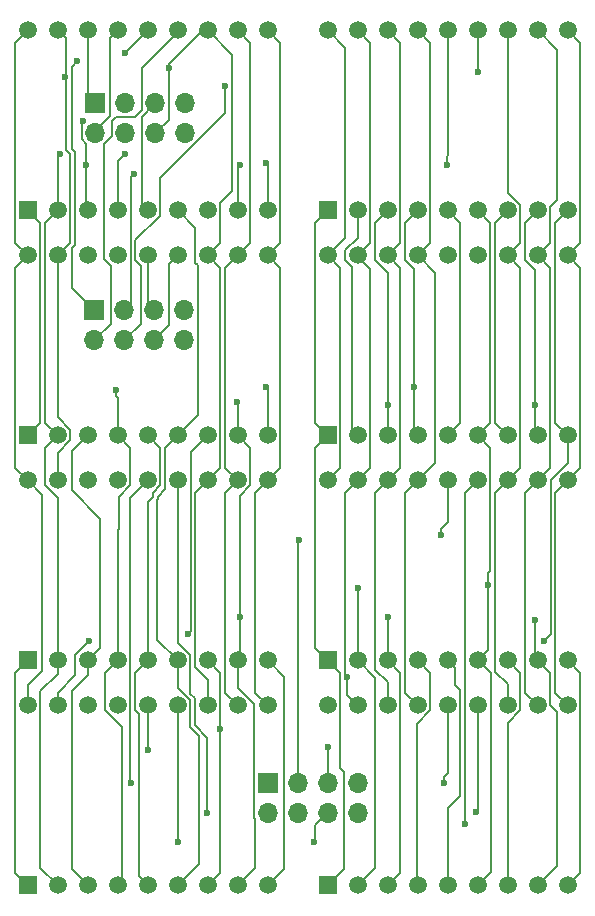
<source format=gbr>
%TF.GenerationSoftware,KiCad,Pcbnew,8.0.8*%
%TF.CreationDate,2025-07-11T15:40:09+09:00*%
%TF.ProjectId,20250711-7seg-panel-display,32303235-3037-4313-912d-377365672d70,rev?*%
%TF.SameCoordinates,Original*%
%TF.FileFunction,Copper,L1,Top*%
%TF.FilePolarity,Positive*%
%FSLAX46Y46*%
G04 Gerber Fmt 4.6, Leading zero omitted, Abs format (unit mm)*
G04 Created by KiCad (PCBNEW 8.0.8) date 2025-07-11 15:40:09*
%MOMM*%
%LPD*%
G01*
G04 APERTURE LIST*
%TA.AperFunction,ComponentPad*%
%ADD10R,1.500000X1.500000*%
%TD*%
%TA.AperFunction,ComponentPad*%
%ADD11C,1.500000*%
%TD*%
%TA.AperFunction,ComponentPad*%
%ADD12R,1.700000X1.700000*%
%TD*%
%TA.AperFunction,ComponentPad*%
%ADD13O,1.700000X1.700000*%
%TD*%
%TA.AperFunction,ViaPad*%
%ADD14C,0.600000*%
%TD*%
%TA.AperFunction,Conductor*%
%ADD15C,0.200000*%
%TD*%
G04 APERTURE END LIST*
D10*
%TO.P,U206,1,DIG1_E*%
%TO.N,COM4*%
X78740000Y-106045000D03*
D11*
%TO.P,U206,2,DIG1_D*%
%TO.N,COM3*%
X81280000Y-106045000D03*
%TO.P,U206,3,DIG1_C*%
%TO.N,COM2*%
X83820000Y-106045000D03*
%TO.P,U206,4,DP1*%
%TO.N,COM7*%
X86360000Y-106045000D03*
%TO.P,U206,5,DIG2_E*%
%TO.N,COM4*%
X88900000Y-106045000D03*
%TO.P,U206,6,DIG2_D*%
%TO.N,COM3*%
X91440000Y-106045000D03*
%TO.P,U206,7,DIG2_G*%
%TO.N,COM6*%
X93980000Y-106045000D03*
%TO.P,U206,8,DIG2_C*%
%TO.N,COM2*%
X96520000Y-106045000D03*
%TO.P,U206,9,DP2*%
%TO.N,COM7*%
X99060000Y-106045000D03*
%TO.P,U206,10,DIG2_B*%
%TO.N,COM1*%
X99060000Y-90805000D03*
%TO.P,U206,11,DIG2_A*%
%TO.N,COM0*%
X96520000Y-90805000D03*
%TO.P,U206,12,DIG2_F*%
%TO.N,COM5*%
X93980000Y-90805000D03*
%TO.P,U206,13,DIG2_CA*%
%TO.N,ROW11*%
X91440000Y-90805000D03*
%TO.P,U206,14,DIG1_CA*%
%TO.N,ROW10*%
X88900000Y-90805000D03*
%TO.P,U206,15,DIG1_B*%
%TO.N,COM1*%
X86360000Y-90805000D03*
%TO.P,U206,16,DIG1_A*%
%TO.N,COM0*%
X83820000Y-90805000D03*
%TO.P,U206,17,DIG1_G*%
%TO.N,COM6*%
X81280000Y-90805000D03*
%TO.P,U206,18,DIG1_F*%
%TO.N,COM5*%
X78740000Y-90805000D03*
%TD*%
D10*
%TO.P,U202,1,DIG1_E*%
%TO.N,COM4*%
X78740000Y-67945000D03*
D11*
%TO.P,U202,2,DIG1_D*%
%TO.N,COM3*%
X81280000Y-67945000D03*
%TO.P,U202,3,DIG1_C*%
%TO.N,COM2*%
X83820000Y-67945000D03*
%TO.P,U202,4,DP1*%
%TO.N,COM7*%
X86360000Y-67945000D03*
%TO.P,U202,5,DIG2_E*%
%TO.N,COM4*%
X88900000Y-67945000D03*
%TO.P,U202,6,DIG2_D*%
%TO.N,COM3*%
X91440000Y-67945000D03*
%TO.P,U202,7,DIG2_G*%
%TO.N,COM6*%
X93980000Y-67945000D03*
%TO.P,U202,8,DIG2_C*%
%TO.N,COM2*%
X96520000Y-67945000D03*
%TO.P,U202,9,DP2*%
%TO.N,COM7*%
X99060000Y-67945000D03*
%TO.P,U202,10,DIG2_B*%
%TO.N,COM1*%
X99060000Y-52705000D03*
%TO.P,U202,11,DIG2_A*%
%TO.N,COM0*%
X96520000Y-52705000D03*
%TO.P,U202,12,DIG2_F*%
%TO.N,COM5*%
X93980000Y-52705000D03*
%TO.P,U202,13,DIG2_CA*%
%TO.N,ROW3*%
X91440000Y-52705000D03*
%TO.P,U202,14,DIG1_CA*%
%TO.N,ROW2*%
X88900000Y-52705000D03*
%TO.P,U202,15,DIG1_B*%
%TO.N,COM1*%
X86360000Y-52705000D03*
%TO.P,U202,16,DIG1_A*%
%TO.N,COM0*%
X83820000Y-52705000D03*
%TO.P,U202,17,DIG1_G*%
%TO.N,COM6*%
X81280000Y-52705000D03*
%TO.P,U202,18,DIG1_F*%
%TO.N,COM5*%
X78740000Y-52705000D03*
%TD*%
D10*
%TO.P,U205,1,DIG1_E*%
%TO.N,COM4*%
X53340000Y-106045000D03*
D11*
%TO.P,U205,2,DIG1_D*%
%TO.N,COM3*%
X55880000Y-106045000D03*
%TO.P,U205,3,DIG1_C*%
%TO.N,COM2*%
X58420000Y-106045000D03*
%TO.P,U205,4,DP1*%
%TO.N,COM7*%
X60960000Y-106045000D03*
%TO.P,U205,5,DIG2_E*%
%TO.N,COM4*%
X63500000Y-106045000D03*
%TO.P,U205,6,DIG2_D*%
%TO.N,COM3*%
X66040000Y-106045000D03*
%TO.P,U205,7,DIG2_G*%
%TO.N,COM6*%
X68580000Y-106045000D03*
%TO.P,U205,8,DIG2_C*%
%TO.N,COM2*%
X71120000Y-106045000D03*
%TO.P,U205,9,DP2*%
%TO.N,COM7*%
X73660000Y-106045000D03*
%TO.P,U205,10,DIG2_B*%
%TO.N,COM1*%
X73660000Y-90805000D03*
%TO.P,U205,11,DIG2_A*%
%TO.N,COM0*%
X71120000Y-90805000D03*
%TO.P,U205,12,DIG2_F*%
%TO.N,COM5*%
X68580000Y-90805000D03*
%TO.P,U205,13,DIG2_CA*%
%TO.N,ROW9*%
X66040000Y-90805000D03*
%TO.P,U205,14,DIG1_CA*%
%TO.N,ROW8*%
X63500000Y-90805000D03*
%TO.P,U205,15,DIG1_B*%
%TO.N,COM1*%
X60960000Y-90805000D03*
%TO.P,U205,16,DIG1_A*%
%TO.N,COM0*%
X58420000Y-90805000D03*
%TO.P,U205,17,DIG1_G*%
%TO.N,COM6*%
X55880000Y-90805000D03*
%TO.P,U205,18,DIG1_F*%
%TO.N,COM5*%
X53340000Y-90805000D03*
%TD*%
D10*
%TO.P,U201,1,DIG1_E*%
%TO.N,COM4*%
X53340000Y-67945000D03*
D11*
%TO.P,U201,2,DIG1_D*%
%TO.N,COM3*%
X55880000Y-67945000D03*
%TO.P,U201,3,DIG1_C*%
%TO.N,COM2*%
X58420000Y-67945000D03*
%TO.P,U201,4,DP1*%
%TO.N,COM7*%
X60960000Y-67945000D03*
%TO.P,U201,5,DIG2_E*%
%TO.N,COM4*%
X63500000Y-67945000D03*
%TO.P,U201,6,DIG2_D*%
%TO.N,COM3*%
X66040000Y-67945000D03*
%TO.P,U201,7,DIG2_G*%
%TO.N,COM6*%
X68580000Y-67945000D03*
%TO.P,U201,8,DIG2_C*%
%TO.N,COM2*%
X71120000Y-67945000D03*
%TO.P,U201,9,DP2*%
%TO.N,COM7*%
X73660000Y-67945000D03*
%TO.P,U201,10,DIG2_B*%
%TO.N,COM1*%
X73660000Y-52705000D03*
%TO.P,U201,11,DIG2_A*%
%TO.N,COM0*%
X71120000Y-52705000D03*
%TO.P,U201,12,DIG2_F*%
%TO.N,COM5*%
X68580000Y-52705000D03*
%TO.P,U201,13,DIG2_CA*%
%TO.N,ROW1*%
X66040000Y-52705000D03*
%TO.P,U201,14,DIG1_CA*%
%TO.N,ROW0*%
X63500000Y-52705000D03*
%TO.P,U201,15,DIG1_B*%
%TO.N,COM1*%
X60960000Y-52705000D03*
%TO.P,U201,16,DIG1_A*%
%TO.N,COM0*%
X58420000Y-52705000D03*
%TO.P,U201,17,DIG1_G*%
%TO.N,COM6*%
X55880000Y-52705000D03*
%TO.P,U201,18,DIG1_F*%
%TO.N,COM5*%
X53340000Y-52705000D03*
%TD*%
D10*
%TO.P,U208,1,DIG1_E*%
%TO.N,COM4*%
X78740000Y-125095000D03*
D11*
%TO.P,U208,2,DIG1_D*%
%TO.N,COM3*%
X81280000Y-125095000D03*
%TO.P,U208,3,DIG1_C*%
%TO.N,COM2*%
X83820000Y-125095000D03*
%TO.P,U208,4,DP1*%
%TO.N,COM7*%
X86360000Y-125095000D03*
%TO.P,U208,5,DIG2_E*%
%TO.N,COM4*%
X88900000Y-125095000D03*
%TO.P,U208,6,DIG2_D*%
%TO.N,COM3*%
X91440000Y-125095000D03*
%TO.P,U208,7,DIG2_G*%
%TO.N,COM6*%
X93980000Y-125095000D03*
%TO.P,U208,8,DIG2_C*%
%TO.N,COM2*%
X96520000Y-125095000D03*
%TO.P,U208,9,DP2*%
%TO.N,COM7*%
X99060000Y-125095000D03*
%TO.P,U208,10,DIG2_B*%
%TO.N,COM1*%
X99060000Y-109855000D03*
%TO.P,U208,11,DIG2_A*%
%TO.N,COM0*%
X96520000Y-109855000D03*
%TO.P,U208,12,DIG2_F*%
%TO.N,COM5*%
X93980000Y-109855000D03*
%TO.P,U208,13,DIG2_CA*%
%TO.N,ROW15*%
X91440000Y-109855000D03*
%TO.P,U208,14,DIG1_CA*%
%TO.N,ROW14*%
X88900000Y-109855000D03*
%TO.P,U208,15,DIG1_B*%
%TO.N,COM1*%
X86360000Y-109855000D03*
%TO.P,U208,16,DIG1_A*%
%TO.N,COM0*%
X83820000Y-109855000D03*
%TO.P,U208,17,DIG1_G*%
%TO.N,COM6*%
X81280000Y-109855000D03*
%TO.P,U208,18,DIG1_F*%
%TO.N,COM5*%
X78740000Y-109855000D03*
%TD*%
D10*
%TO.P,U204,1,DIG1_E*%
%TO.N,COM4*%
X78740000Y-86995000D03*
D11*
%TO.P,U204,2,DIG1_D*%
%TO.N,COM3*%
X81280000Y-86995000D03*
%TO.P,U204,3,DIG1_C*%
%TO.N,COM2*%
X83820000Y-86995000D03*
%TO.P,U204,4,DP1*%
%TO.N,COM7*%
X86360000Y-86995000D03*
%TO.P,U204,5,DIG2_E*%
%TO.N,COM4*%
X88900000Y-86995000D03*
%TO.P,U204,6,DIG2_D*%
%TO.N,COM3*%
X91440000Y-86995000D03*
%TO.P,U204,7,DIG2_G*%
%TO.N,COM6*%
X93980000Y-86995000D03*
%TO.P,U204,8,DIG2_C*%
%TO.N,COM2*%
X96520000Y-86995000D03*
%TO.P,U204,9,DP2*%
%TO.N,COM7*%
X99060000Y-86995000D03*
%TO.P,U204,10,DIG2_B*%
%TO.N,COM1*%
X99060000Y-71755000D03*
%TO.P,U204,11,DIG2_A*%
%TO.N,COM0*%
X96520000Y-71755000D03*
%TO.P,U204,12,DIG2_F*%
%TO.N,COM5*%
X93980000Y-71755000D03*
%TO.P,U204,13,DIG2_CA*%
%TO.N,ROW7*%
X91440000Y-71755000D03*
%TO.P,U204,14,DIG1_CA*%
%TO.N,ROW6*%
X88900000Y-71755000D03*
%TO.P,U204,15,DIG1_B*%
%TO.N,COM1*%
X86360000Y-71755000D03*
%TO.P,U204,16,DIG1_A*%
%TO.N,COM0*%
X83820000Y-71755000D03*
%TO.P,U204,17,DIG1_G*%
%TO.N,COM6*%
X81280000Y-71755000D03*
%TO.P,U204,18,DIG1_F*%
%TO.N,COM5*%
X78740000Y-71755000D03*
%TD*%
D10*
%TO.P,U203,1,DIG1_E*%
%TO.N,COM4*%
X53340000Y-86995000D03*
D11*
%TO.P,U203,2,DIG1_D*%
%TO.N,COM3*%
X55880000Y-86995000D03*
%TO.P,U203,3,DIG1_C*%
%TO.N,COM2*%
X58420000Y-86995000D03*
%TO.P,U203,4,DP1*%
%TO.N,COM7*%
X60960000Y-86995000D03*
%TO.P,U203,5,DIG2_E*%
%TO.N,COM4*%
X63500000Y-86995000D03*
%TO.P,U203,6,DIG2_D*%
%TO.N,COM3*%
X66040000Y-86995000D03*
%TO.P,U203,7,DIG2_G*%
%TO.N,COM6*%
X68580000Y-86995000D03*
%TO.P,U203,8,DIG2_C*%
%TO.N,COM2*%
X71120000Y-86995000D03*
%TO.P,U203,9,DP2*%
%TO.N,COM7*%
X73660000Y-86995000D03*
%TO.P,U203,10,DIG2_B*%
%TO.N,COM1*%
X73660000Y-71755000D03*
%TO.P,U203,11,DIG2_A*%
%TO.N,COM0*%
X71120000Y-71755000D03*
%TO.P,U203,12,DIG2_F*%
%TO.N,COM5*%
X68580000Y-71755000D03*
%TO.P,U203,13,DIG2_CA*%
%TO.N,ROW5*%
X66040000Y-71755000D03*
%TO.P,U203,14,DIG1_CA*%
%TO.N,ROW4*%
X63500000Y-71755000D03*
%TO.P,U203,15,DIG1_B*%
%TO.N,COM1*%
X60960000Y-71755000D03*
%TO.P,U203,16,DIG1_A*%
%TO.N,COM0*%
X58420000Y-71755000D03*
%TO.P,U203,17,DIG1_G*%
%TO.N,COM6*%
X55880000Y-71755000D03*
%TO.P,U203,18,DIG1_F*%
%TO.N,COM5*%
X53340000Y-71755000D03*
%TD*%
D10*
%TO.P,U207,1,DIG1_E*%
%TO.N,COM4*%
X53340000Y-125095000D03*
D11*
%TO.P,U207,2,DIG1_D*%
%TO.N,COM3*%
X55880000Y-125095000D03*
%TO.P,U207,3,DIG1_C*%
%TO.N,COM2*%
X58420000Y-125095000D03*
%TO.P,U207,4,DP1*%
%TO.N,COM7*%
X60960000Y-125095000D03*
%TO.P,U207,5,DIG2_E*%
%TO.N,COM4*%
X63500000Y-125095000D03*
%TO.P,U207,6,DIG2_D*%
%TO.N,COM3*%
X66040000Y-125095000D03*
%TO.P,U207,7,DIG2_G*%
%TO.N,COM6*%
X68580000Y-125095000D03*
%TO.P,U207,8,DIG2_C*%
%TO.N,COM2*%
X71120000Y-125095000D03*
%TO.P,U207,9,DP2*%
%TO.N,COM7*%
X73660000Y-125095000D03*
%TO.P,U207,10,DIG2_B*%
%TO.N,COM1*%
X73660000Y-109855000D03*
%TO.P,U207,11,DIG2_A*%
%TO.N,COM0*%
X71120000Y-109855000D03*
%TO.P,U207,12,DIG2_F*%
%TO.N,COM5*%
X68580000Y-109855000D03*
%TO.P,U207,13,DIG2_CA*%
%TO.N,ROW13*%
X66040000Y-109855000D03*
%TO.P,U207,14,DIG1_CA*%
%TO.N,ROW12*%
X63500000Y-109855000D03*
%TO.P,U207,15,DIG1_B*%
%TO.N,COM1*%
X60960000Y-109855000D03*
%TO.P,U207,16,DIG1_A*%
%TO.N,COM0*%
X58420000Y-109855000D03*
%TO.P,U207,17,DIG1_G*%
%TO.N,COM6*%
X55880000Y-109855000D03*
%TO.P,U207,18,DIG1_F*%
%TO.N,COM5*%
X53340000Y-109855000D03*
%TD*%
D12*
%TO.P,J203,1,Pin_1*%
%TO.N,ROW8*%
X73660000Y-116400000D03*
D13*
%TO.P,J203,2,Pin_2*%
%TO.N,ROW9*%
X73660000Y-118940000D03*
%TO.P,J203,3,Pin_3*%
%TO.N,ROW10*%
X76200000Y-116400000D03*
%TO.P,J203,4,Pin_4*%
%TO.N,ROW11*%
X76200000Y-118940000D03*
%TO.P,J203,5,Pin_5*%
%TO.N,ROW12*%
X78740000Y-116400000D03*
%TO.P,J203,6,Pin_6*%
%TO.N,ROW13*%
X78740000Y-118940000D03*
%TO.P,J203,7,Pin_7*%
%TO.N,ROW14*%
X81280000Y-116400000D03*
%TO.P,J203,8,Pin_8*%
%TO.N,ROW15*%
X81280000Y-118940000D03*
%TD*%
D12*
%TO.P,J202,1,Pin_1*%
%TO.N,ROW0*%
X58970000Y-76400000D03*
D13*
%TO.P,J202,2,Pin_2*%
%TO.N,ROW1*%
X58970000Y-78940000D03*
%TO.P,J202,3,Pin_3*%
%TO.N,ROW2*%
X61510000Y-76400000D03*
%TO.P,J202,4,Pin_4*%
%TO.N,ROW3*%
X61510000Y-78940000D03*
%TO.P,J202,5,Pin_5*%
%TO.N,ROW4*%
X64050000Y-76400000D03*
%TO.P,J202,6,Pin_6*%
%TO.N,ROW5*%
X64050000Y-78940000D03*
%TO.P,J202,7,Pin_7*%
%TO.N,ROW6*%
X66590000Y-76400000D03*
%TO.P,J202,8,Pin_8*%
%TO.N,ROW7*%
X66590000Y-78940000D03*
%TD*%
D12*
%TO.P,J201,1,Pin_1*%
%TO.N,COM0*%
X59050000Y-58900000D03*
D13*
%TO.P,J201,2,Pin_2*%
%TO.N,COM1*%
X59050000Y-61440000D03*
%TO.P,J201,3,Pin_3*%
%TO.N,COM2*%
X61590000Y-58900000D03*
%TO.P,J201,4,Pin_4*%
%TO.N,COM3*%
X61590000Y-61440000D03*
%TO.P,J201,5,Pin_5*%
%TO.N,COM4*%
X64130000Y-58900000D03*
%TO.P,J201,6,Pin_6*%
%TO.N,COM5*%
X64130000Y-61440000D03*
%TO.P,J201,7,Pin_7*%
%TO.N,COM6*%
X66670000Y-58900000D03*
%TO.P,J201,8,Pin_8*%
%TO.N,COM7*%
X66670000Y-61440000D03*
%TD*%
D14*
%TO.N,COM5*%
X65280000Y-55900000D03*
%TO.N,COM7*%
X97050000Y-104400000D03*
X61550000Y-63150000D03*
X73550000Y-63900000D03*
X86050000Y-82900000D03*
X60800000Y-83150000D03*
X73550000Y-82900000D03*
%TO.N,COM6*%
X69630000Y-111900000D03*
X56450000Y-56650000D03*
X58550000Y-104400000D03*
X80400000Y-107444429D03*
X66925000Y-103775000D03*
%TO.N,COM3*%
X92330000Y-99650000D03*
X81300000Y-99900000D03*
X56050000Y-63150000D03*
%TO.N,COM2*%
X96300000Y-84400000D03*
X96300000Y-102650000D03*
X58300000Y-64150000D03*
X71050000Y-84150000D03*
X83800000Y-102400000D03*
X58050000Y-60400000D03*
X71300000Y-64150000D03*
X71300000Y-102400000D03*
X83800000Y-84400000D03*
%TO.N,ROW0*%
X61550000Y-54655000D03*
X57530000Y-55330000D03*
%TO.N,ROW2*%
X88800000Y-64150000D03*
X62300000Y-64900000D03*
%TO.N,ROW3*%
X70050000Y-57400000D03*
X91440000Y-56260000D03*
%TO.N,ROW13*%
X77550000Y-121400000D03*
X66050000Y-121400000D03*
%TO.N,ROW10*%
X88300000Y-95400000D03*
X76300000Y-95900000D03*
%TO.N,ROW15*%
X91300000Y-118900000D03*
%TO.N,ROW9*%
X68550000Y-118940000D03*
%TO.N,ROW12*%
X78800000Y-113400000D03*
X63550000Y-113650000D03*
%TO.N,ROW14*%
X88550000Y-116400000D03*
%TO.N,ROW8*%
X62050000Y-116400000D03*
%TO.N,ROW11*%
X90390000Y-119900000D03*
%TD*%
D15*
%TO.N,COM5*%
X93980000Y-66460075D02*
X95030000Y-67510075D01*
X52290000Y-89755000D02*
X52290000Y-72805000D01*
X93980000Y-90805000D02*
X95030000Y-89755000D01*
X53340000Y-109855000D02*
X53340000Y-108145000D01*
X93980000Y-52705000D02*
X93980000Y-66460075D01*
X54550000Y-92015000D02*
X53340000Y-90805000D01*
X68580000Y-52705000D02*
X68146471Y-52705000D01*
X69630000Y-72805000D02*
X68580000Y-71755000D01*
X68580000Y-107680000D02*
X67530000Y-106630000D01*
X53340000Y-108145000D02*
X54550000Y-106935000D01*
X68146471Y-52705000D02*
X65625736Y-55225736D01*
X79790000Y-72805000D02*
X79790000Y-89755000D01*
X65280000Y-55571472D02*
X65280000Y-55900000D01*
X65625736Y-55225736D02*
X65280000Y-55571472D01*
X80230000Y-70265000D02*
X78740000Y-71755000D01*
X78740000Y-52705000D02*
X80230000Y-54195000D01*
X80230000Y-54195000D02*
X80230000Y-70265000D01*
X52290000Y-53755000D02*
X52290000Y-70705000D01*
X78740000Y-71755000D02*
X79790000Y-72805000D01*
X95030000Y-89755000D02*
X95030000Y-72805000D01*
X95030000Y-70705000D02*
X93980000Y-71755000D01*
X93980000Y-108080000D02*
X93980000Y-109855000D01*
X92930000Y-91855000D02*
X92930000Y-107030000D01*
X67530000Y-106630000D02*
X67530000Y-91855000D01*
X69630000Y-67320000D02*
X69630000Y-70705000D01*
X69630000Y-70705000D02*
X68580000Y-71755000D01*
X69630000Y-89755000D02*
X69630000Y-72805000D01*
X65280000Y-60290000D02*
X64130000Y-61440000D01*
X70650000Y-66300000D02*
X69630000Y-67320000D01*
X95030000Y-67510075D02*
X95030000Y-70705000D01*
X68580000Y-52705000D02*
X70650000Y-54775000D01*
X53340000Y-52705000D02*
X52290000Y-53755000D01*
X79790000Y-89755000D02*
X78740000Y-90805000D01*
X95030000Y-72805000D02*
X93980000Y-71755000D01*
X68580000Y-109855000D02*
X68580000Y-107680000D01*
X53340000Y-90805000D02*
X52290000Y-89755000D01*
X52290000Y-70705000D02*
X53340000Y-71755000D01*
X70650000Y-54775000D02*
X70650000Y-66300000D01*
X93980000Y-90805000D02*
X92930000Y-91855000D01*
X54550000Y-106935000D02*
X54550000Y-92015000D01*
X68580000Y-90805000D02*
X69630000Y-89755000D01*
X92930000Y-107030000D02*
X93980000Y-108080000D01*
X67530000Y-91855000D02*
X68580000Y-90805000D01*
X52290000Y-72805000D02*
X53340000Y-71755000D01*
X65280000Y-55900000D02*
X65280000Y-60290000D01*
%TO.N,COM7*%
X99060000Y-106045000D02*
X100110000Y-107095000D01*
X86300000Y-125035000D02*
X86360000Y-125095000D01*
X87410000Y-110289925D02*
X86300000Y-111399925D01*
X97610000Y-103840000D02*
X97050000Y-104400000D01*
X86050000Y-72929925D02*
X86050000Y-86685000D01*
X100110000Y-107095000D02*
X100110000Y-124045000D01*
X60800000Y-83650000D02*
X60960000Y-83810000D01*
X86360000Y-106045000D02*
X87410000Y-107095000D01*
X87410000Y-107095000D02*
X87410000Y-110289925D01*
X86050000Y-86685000D02*
X86360000Y-86995000D01*
X60960000Y-83810000D02*
X60960000Y-86995000D01*
X99060000Y-67945000D02*
X98010000Y-68995000D01*
X98010000Y-68995000D02*
X98010000Y-85945000D01*
X73660000Y-83010000D02*
X73550000Y-82900000D01*
X85310000Y-68995000D02*
X85310000Y-72189925D01*
X59910000Y-110289925D02*
X59910000Y-107095000D01*
X59910000Y-107095000D02*
X60960000Y-106045000D01*
X60960000Y-94990000D02*
X61050000Y-94900000D01*
X86300000Y-111399925D02*
X86300000Y-125035000D01*
X99060000Y-86995000D02*
X99060000Y-89320075D01*
X75050000Y-107435000D02*
X75050000Y-123705000D01*
X73660000Y-64010000D02*
X73660000Y-67945000D01*
X99060000Y-89320075D02*
X97610000Y-90770075D01*
X62010000Y-88045000D02*
X60960000Y-86995000D01*
X61050000Y-94900000D02*
X61050000Y-92199925D01*
X75050000Y-123705000D02*
X73660000Y-125095000D01*
X60960000Y-125095000D02*
X61300000Y-124755000D01*
X60960000Y-106045000D02*
X60960000Y-94990000D01*
X73550000Y-63900000D02*
X73660000Y-64010000D01*
X60960000Y-63740000D02*
X61550000Y-63150000D01*
X60800000Y-83150000D02*
X60800000Y-83650000D01*
X86360000Y-67945000D02*
X85310000Y-68995000D01*
X61050000Y-92199925D02*
X62010000Y-91239925D01*
X73660000Y-106045000D02*
X75050000Y-107435000D01*
X60960000Y-67945000D02*
X60960000Y-63740000D01*
X100110000Y-124045000D02*
X99060000Y-125095000D01*
X61300000Y-124755000D02*
X61300000Y-111679925D01*
X97610000Y-90770075D02*
X97610000Y-103840000D01*
X73660000Y-86995000D02*
X73660000Y-83010000D01*
X85310000Y-72189925D02*
X86050000Y-72929925D01*
X98010000Y-85945000D02*
X99060000Y-86995000D01*
X62010000Y-91239925D02*
X62010000Y-88045000D01*
X61300000Y-111679925D02*
X59910000Y-110289925D01*
%TO.N,COM6*%
X55880000Y-88479925D02*
X55880000Y-90805000D01*
X80400000Y-107444429D02*
X80400000Y-108975000D01*
X82330000Y-72930000D02*
X82330000Y-89755000D01*
X80400000Y-108975000D02*
X81280000Y-109855000D01*
X67130000Y-88445000D02*
X68580000Y-86995000D01*
X68580000Y-125095000D02*
X69630000Y-124045000D01*
X95030000Y-107095000D02*
X93980000Y-106045000D01*
X80230000Y-91855000D02*
X80230000Y-107274429D01*
X55880000Y-108794340D02*
X57370000Y-107304340D01*
X69630000Y-107095000D02*
X68580000Y-106045000D01*
X95030000Y-110289925D02*
X95030000Y-107095000D01*
X55880000Y-109855000D02*
X55880000Y-108794340D01*
X69630000Y-124045000D02*
X69630000Y-111900000D01*
X92930000Y-85945000D02*
X93980000Y-86995000D01*
X66925000Y-103775000D02*
X67130000Y-103570000D01*
X56550000Y-53375000D02*
X56550000Y-62801471D01*
X57370000Y-107304340D02*
X57370000Y-105580000D01*
X55880000Y-52705000D02*
X56550000Y-53375000D01*
X81280000Y-52705000D02*
X82330000Y-53755000D01*
X81280000Y-90805000D02*
X80230000Y-91855000D01*
X57370000Y-105580000D02*
X58550000Y-104400000D01*
X56930000Y-86530000D02*
X56930000Y-87429925D01*
X82330000Y-53755000D02*
X82330000Y-70705000D01*
X81280000Y-71755000D02*
X81280000Y-71880000D01*
X55880000Y-85480000D02*
X56930000Y-86530000D01*
X55880000Y-71755000D02*
X55880000Y-85480000D01*
X56930000Y-63181471D02*
X56930000Y-70705000D01*
X82330000Y-89755000D02*
X81280000Y-90805000D01*
X56930000Y-87429925D02*
X55880000Y-88479925D01*
X92930000Y-68995000D02*
X92930000Y-85945000D01*
X93980000Y-111339925D02*
X95030000Y-110289925D01*
X81280000Y-71880000D02*
X82330000Y-72930000D01*
X80230000Y-107274429D02*
X80400000Y-107444429D01*
X93980000Y-67945000D02*
X92930000Y-68995000D01*
X67130000Y-103570000D02*
X67130000Y-88445000D01*
X56550000Y-62801471D02*
X56930000Y-63181471D01*
X56930000Y-70705000D02*
X55880000Y-71755000D01*
X82330000Y-70705000D02*
X81280000Y-71755000D01*
X69630000Y-111900000D02*
X69630000Y-107095000D01*
X93980000Y-125095000D02*
X93980000Y-111339925D01*
%TO.N,COM3*%
X66040000Y-108390000D02*
X66040000Y-106045000D01*
X81280000Y-99920000D02*
X81300000Y-99900000D01*
X66474925Y-108805000D02*
X66455000Y-108805000D01*
X54390000Y-123605000D02*
X54390000Y-108672500D01*
X54830000Y-68995000D02*
X54830000Y-85945000D01*
X81280000Y-70270075D02*
X80230000Y-71320075D01*
X81280000Y-106045000D02*
X81280000Y-99920000D01*
X92490000Y-68995000D02*
X92490000Y-85945000D01*
X92300000Y-105185000D02*
X91440000Y-106045000D01*
X91440000Y-67945000D02*
X92490000Y-68995000D01*
X92490000Y-88045000D02*
X92490000Y-98460000D01*
X67090000Y-109420075D02*
X66474925Y-108805000D01*
X64990000Y-88045000D02*
X66040000Y-86995000D01*
X92550000Y-123985000D02*
X92550000Y-107155000D01*
X81280000Y-67945000D02*
X81280000Y-70270075D01*
X66040000Y-106045000D02*
X64300000Y-104305000D01*
X67820000Y-112425000D02*
X67090000Y-111695000D01*
X55880000Y-125095000D02*
X54390000Y-123605000D01*
X82770000Y-107535000D02*
X81280000Y-106045000D01*
X91440000Y-125095000D02*
X92550000Y-123985000D01*
X55880000Y-106045000D02*
X55880000Y-92289925D01*
X92550000Y-107155000D02*
X91440000Y-106045000D01*
X67090000Y-111695000D02*
X67090000Y-109420075D01*
X66040000Y-67945000D02*
X67530000Y-69435000D01*
X66040000Y-125095000D02*
X67820000Y-123315000D01*
X55880000Y-63320000D02*
X55880000Y-67945000D01*
X64300000Y-92415686D02*
X64334925Y-92380761D01*
X64300000Y-104305000D02*
X64300000Y-92415686D01*
X54390000Y-108672500D02*
X55880000Y-107182500D01*
X91440000Y-86995000D02*
X92490000Y-88045000D01*
X80800000Y-86515000D02*
X81280000Y-86995000D01*
X67740000Y-85295000D02*
X66040000Y-86995000D01*
X55880000Y-67945000D02*
X54830000Y-68995000D01*
X56050000Y-63150000D02*
X55880000Y-63320000D01*
X67740000Y-72590000D02*
X67740000Y-85295000D01*
X54830000Y-85945000D02*
X55880000Y-86995000D01*
X67530000Y-72380000D02*
X67740000Y-72590000D01*
X92490000Y-98460000D02*
X92300000Y-98650000D01*
X64334925Y-92380761D02*
X64334925Y-92195075D01*
X82770000Y-123605000D02*
X82770000Y-107535000D01*
X67820000Y-123315000D02*
X67820000Y-112425000D01*
X54800000Y-91209925D02*
X54800000Y-88075000D01*
X55880000Y-107182500D02*
X55880000Y-106045000D01*
X55880000Y-92289925D02*
X54800000Y-91209925D01*
X64334925Y-92195075D02*
X64990000Y-91540000D01*
X66455000Y-108805000D02*
X66040000Y-108390000D01*
X81280000Y-125095000D02*
X82770000Y-123605000D01*
X92490000Y-85945000D02*
X91440000Y-86995000D01*
X80230000Y-71320075D02*
X80230000Y-72189925D01*
X92300000Y-98650000D02*
X92300000Y-105185000D01*
X64990000Y-91540000D02*
X64990000Y-88045000D01*
X67530000Y-69435000D02*
X67530000Y-72380000D01*
X54800000Y-88075000D02*
X55880000Y-86995000D01*
X80800000Y-72759925D02*
X80800000Y-86515000D01*
X80230000Y-72189925D02*
X80800000Y-72759925D01*
%TO.N,COM0*%
X95470000Y-91855000D02*
X95470000Y-108805000D01*
X98150000Y-67050000D02*
X97570000Y-67630000D01*
X97570000Y-70705000D02*
X96520000Y-71755000D01*
X82770000Y-91855000D02*
X82770000Y-106870000D01*
X98150000Y-54335000D02*
X98150000Y-67050000D01*
X96520000Y-90805000D02*
X97570000Y-89755000D01*
X96520000Y-90805000D02*
X95470000Y-91855000D01*
X97570000Y-89755000D02*
X97570000Y-72805000D01*
X83820000Y-71755000D02*
X84870000Y-72805000D01*
X83820000Y-52705000D02*
X84870000Y-53755000D01*
X84870000Y-53755000D02*
X84870000Y-70705000D01*
X70070000Y-108805000D02*
X70070000Y-91855000D01*
X70070000Y-89755000D02*
X70070000Y-72805000D01*
X72170000Y-53755000D02*
X72170000Y-70705000D01*
X71120000Y-90805000D02*
X70070000Y-89755000D01*
X70070000Y-72805000D02*
X71120000Y-71755000D01*
X83820000Y-107920000D02*
X83820000Y-109855000D01*
X84870000Y-89755000D02*
X83820000Y-90805000D01*
X97570000Y-67630000D02*
X97570000Y-70705000D01*
X71120000Y-52705000D02*
X72170000Y-53755000D01*
X72170000Y-70705000D02*
X71120000Y-71755000D01*
X83820000Y-90805000D02*
X82770000Y-91855000D01*
X97570000Y-72805000D02*
X96520000Y-71755000D01*
X84870000Y-70705000D02*
X83820000Y-71755000D01*
X58420000Y-52705000D02*
X58420000Y-58270000D01*
X70070000Y-91855000D02*
X71120000Y-90805000D01*
X95470000Y-108805000D02*
X96520000Y-109855000D01*
X96520000Y-52705000D02*
X98150000Y-54335000D01*
X82770000Y-106870000D02*
X83820000Y-107920000D01*
X71120000Y-109855000D02*
X70070000Y-108805000D01*
X84870000Y-72805000D02*
X84870000Y-89755000D01*
X58420000Y-58270000D02*
X59050000Y-58900000D01*
%TO.N,COM4*%
X88900000Y-125095000D02*
X88900000Y-118550000D01*
X89550000Y-108150000D02*
X89550000Y-106695000D01*
X78740000Y-106045000D02*
X77690000Y-104995000D01*
X62750000Y-110589925D02*
X62450000Y-110289925D01*
X77690000Y-104995000D02*
X77690000Y-88045000D01*
X52290000Y-124045000D02*
X52290000Y-107095000D01*
X77690000Y-88045000D02*
X78740000Y-86995000D01*
X64550000Y-91239925D02*
X63934925Y-91855000D01*
X89950000Y-68995000D02*
X89950000Y-85945000D01*
X79800000Y-107105000D02*
X79800000Y-115150000D01*
X62980000Y-67425000D02*
X62980000Y-60050000D01*
X89950000Y-117500000D02*
X89950000Y-108550000D01*
X52290000Y-107095000D02*
X53340000Y-106045000D01*
X63934925Y-91855000D02*
X63934925Y-92215075D01*
X77690000Y-68995000D02*
X77690000Y-85945000D01*
X88900000Y-67945000D02*
X89950000Y-68995000D01*
X80130000Y-123705000D02*
X78740000Y-125095000D01*
X63500000Y-67945000D02*
X62980000Y-67425000D01*
X78740000Y-106045000D02*
X79800000Y-107105000D01*
X79800000Y-115150000D02*
X80130000Y-115480000D01*
X62450000Y-110289925D02*
X62450000Y-107095000D01*
X78740000Y-67945000D02*
X77690000Y-68995000D01*
X89950000Y-108550000D02*
X89550000Y-108150000D01*
X89950000Y-85945000D02*
X88900000Y-86995000D01*
X89550000Y-106695000D02*
X88900000Y-106045000D01*
X63500000Y-86995000D02*
X64550000Y-88045000D01*
X53340000Y-125095000D02*
X52290000Y-124045000D01*
X80130000Y-115480000D02*
X80130000Y-123705000D01*
X63500000Y-92650000D02*
X63500000Y-106045000D01*
X54390000Y-68995000D02*
X53340000Y-67945000D01*
X64550000Y-88045000D02*
X64550000Y-91239925D01*
X63934925Y-92215075D02*
X63500000Y-92650000D01*
X53340000Y-86995000D02*
X54390000Y-85945000D01*
X77690000Y-85945000D02*
X78740000Y-86995000D01*
X62750000Y-124345000D02*
X62750000Y-110589925D01*
X62450000Y-107095000D02*
X63500000Y-106045000D01*
X62980000Y-60050000D02*
X64130000Y-58900000D01*
X54390000Y-85945000D02*
X54390000Y-68995000D01*
X63500000Y-125095000D02*
X62750000Y-124345000D01*
X88900000Y-118550000D02*
X89950000Y-117500000D01*
%TO.N,COM2*%
X97570000Y-107095000D02*
X96300000Y-105825000D01*
X71300000Y-105865000D02*
X71120000Y-106045000D01*
X71120000Y-84220000D02*
X71120000Y-86995000D01*
X83820000Y-125095000D02*
X84870000Y-124045000D01*
X83820000Y-67945000D02*
X82770000Y-68995000D01*
X72510000Y-119416346D02*
X72510000Y-109760075D01*
X71120000Y-125095000D02*
X72550000Y-123665000D01*
X83820000Y-106045000D02*
X83820000Y-102420000D01*
X58300000Y-64150000D02*
X58300000Y-62316346D01*
X71120000Y-86995000D02*
X72170000Y-88045000D01*
X58300000Y-67825000D02*
X58300000Y-64150000D01*
X58420000Y-106045000D02*
X59470000Y-104995000D01*
X95470000Y-72189925D02*
X96300000Y-73019925D01*
X96300000Y-73019925D02*
X96300000Y-86775000D01*
X95470000Y-68995000D02*
X95470000Y-72189925D01*
X71300000Y-64150000D02*
X71120000Y-64330000D01*
X72550000Y-123665000D02*
X72550000Y-119456346D01*
X71300000Y-92109925D02*
X71300000Y-105865000D01*
X71120000Y-108370075D02*
X71120000Y-106045000D01*
X96520000Y-67945000D02*
X95470000Y-68995000D01*
X58420000Y-107280000D02*
X58420000Y-106045000D01*
X96300000Y-86775000D02*
X96520000Y-86995000D01*
X72170000Y-91239925D02*
X71300000Y-92109925D01*
X57900000Y-61916346D02*
X57900000Y-60550000D01*
X82770000Y-68995000D02*
X82770000Y-72189925D01*
X71120000Y-64330000D02*
X71120000Y-67945000D01*
X97570000Y-109849925D02*
X97570000Y-107095000D01*
X98150000Y-110429925D02*
X97570000Y-109849925D01*
X71050000Y-84150000D02*
X71120000Y-84220000D01*
X57900000Y-60550000D02*
X58050000Y-60400000D01*
X59470000Y-94070000D02*
X57050000Y-91650000D01*
X84870000Y-107095000D02*
X83820000Y-106045000D01*
X83800000Y-86975000D02*
X83820000Y-86995000D01*
X72550000Y-119456346D02*
X72510000Y-119416346D01*
X59470000Y-104995000D02*
X59470000Y-94070000D01*
X96520000Y-125095000D02*
X98150000Y-123465000D01*
X57050000Y-91650000D02*
X57050000Y-88365000D01*
X83800000Y-73219925D02*
X83800000Y-86975000D01*
X96300000Y-105825000D02*
X96300000Y-102650000D01*
X57050000Y-108650000D02*
X58420000Y-107280000D01*
X84870000Y-124045000D02*
X84870000Y-107095000D01*
X83820000Y-102420000D02*
X83800000Y-102400000D01*
X57050000Y-88365000D02*
X58420000Y-86995000D01*
X58420000Y-67945000D02*
X58300000Y-67825000D01*
X58420000Y-125095000D02*
X57050000Y-123725000D01*
X58300000Y-62316346D02*
X57900000Y-61916346D01*
X97570000Y-107095000D02*
X96520000Y-106045000D01*
X98150000Y-123465000D02*
X98150000Y-110429925D01*
X82770000Y-72189925D02*
X83800000Y-73219925D01*
X72510000Y-109760075D02*
X71120000Y-108370075D01*
X72170000Y-88045000D02*
X72170000Y-91239925D01*
X57050000Y-123725000D02*
X57050000Y-108650000D01*
%TO.N,COM1*%
X98010000Y-91855000D02*
X98010000Y-108805000D01*
X73660000Y-71755000D02*
X74710000Y-72805000D01*
X74710000Y-89755000D02*
X73660000Y-90805000D01*
X74710000Y-70705000D02*
X73660000Y-71755000D01*
X74710000Y-72805000D02*
X74710000Y-89755000D01*
X72610000Y-108805000D02*
X73660000Y-109855000D01*
X87410000Y-53755000D02*
X87410000Y-70705000D01*
X73660000Y-52705000D02*
X74710000Y-53755000D01*
X99060000Y-71755000D02*
X100110000Y-72805000D01*
X60300000Y-53365000D02*
X60960000Y-52705000D01*
X100110000Y-53755000D02*
X100110000Y-70705000D01*
X85310000Y-91855000D02*
X85310000Y-108805000D01*
X60300000Y-59950000D02*
X60300000Y-53365000D01*
X86360000Y-90805000D02*
X85310000Y-91855000D01*
X86360000Y-71755000D02*
X87850000Y-73245000D01*
X73660000Y-90805000D02*
X72610000Y-91855000D01*
X99060000Y-52705000D02*
X100110000Y-53755000D01*
X59050000Y-61440000D02*
X59050000Y-61200000D01*
X100110000Y-72805000D02*
X100110000Y-89755000D01*
X59050000Y-61200000D02*
X60300000Y-59950000D01*
X87850000Y-89315000D02*
X86360000Y-90805000D01*
X86360000Y-52705000D02*
X87410000Y-53755000D01*
X100110000Y-70705000D02*
X99060000Y-71755000D01*
X100110000Y-89755000D02*
X99060000Y-90805000D01*
X87410000Y-70705000D02*
X86360000Y-71755000D01*
X99060000Y-90805000D02*
X98010000Y-91855000D01*
X98010000Y-108805000D02*
X99060000Y-109855000D01*
X72610000Y-91855000D02*
X72610000Y-108805000D01*
X74710000Y-53755000D02*
X74710000Y-70705000D01*
X87850000Y-73245000D02*
X87850000Y-89315000D01*
X85310000Y-108805000D02*
X86360000Y-109855000D01*
%TO.N,ROW5*%
X65300000Y-72495000D02*
X66040000Y-71755000D01*
X64050000Y-78940000D02*
X65300000Y-77690000D01*
X65300000Y-77690000D02*
X65300000Y-72495000D01*
%TO.N,ROW1*%
X60440000Y-61676346D02*
X59800000Y-62316346D01*
X59800000Y-72079925D02*
X60360000Y-72639925D01*
X62980000Y-55883654D02*
X62980000Y-59470000D01*
X60790000Y-60050000D02*
X60440000Y-60400000D01*
X60440000Y-60400000D02*
X60440000Y-61676346D01*
X60360000Y-77550000D02*
X58970000Y-78940000D01*
X66040000Y-52823654D02*
X62980000Y-55883654D01*
X59800000Y-62316346D02*
X59800000Y-72079925D01*
X60360000Y-72639925D02*
X60360000Y-77550000D01*
X62980000Y-59470000D02*
X62400000Y-60050000D01*
X66040000Y-52705000D02*
X66040000Y-52823654D01*
X62400000Y-60050000D02*
X60790000Y-60050000D01*
%TO.N,ROW0*%
X57330000Y-63015785D02*
X57050000Y-62735785D01*
X57050000Y-71150686D02*
X57330000Y-70870686D01*
X57050000Y-62735785D02*
X57050000Y-55810000D01*
X57050000Y-55810000D02*
X57530000Y-55330000D01*
X58970000Y-76400000D02*
X57050000Y-74480000D01*
X61550000Y-54655000D02*
X63500000Y-52705000D01*
X57050000Y-74480000D02*
X57050000Y-71150686D01*
X57330000Y-70870686D02*
X57330000Y-63015785D01*
%TO.N,ROW2*%
X88800000Y-63400000D02*
X88900000Y-63300000D01*
X62050000Y-75860000D02*
X62050000Y-65150000D01*
X62050000Y-65150000D02*
X62300000Y-64900000D01*
X88900000Y-63300000D02*
X88900000Y-52705000D01*
X61510000Y-76400000D02*
X62050000Y-75860000D01*
X88800000Y-64150000D02*
X88800000Y-63400000D01*
%TO.N,ROW4*%
X63500000Y-75850000D02*
X64050000Y-76400000D01*
X63500000Y-71755000D02*
X63500000Y-75850000D01*
%TO.N,ROW3*%
X64550000Y-68400000D02*
X64550000Y-65186346D01*
X61510000Y-78940000D02*
X62900000Y-77550000D01*
X70050000Y-59686346D02*
X70050000Y-57400000D01*
X62900000Y-72639925D02*
X62450000Y-72189925D01*
X62900000Y-77550000D02*
X62900000Y-72639925D01*
X62450000Y-72189925D02*
X62450000Y-70500000D01*
X91440000Y-52705000D02*
X91440000Y-56260000D01*
X64550000Y-65186346D02*
X70050000Y-59686346D01*
X62450000Y-70500000D02*
X64550000Y-68400000D01*
%TO.N,ROW13*%
X77690000Y-121260000D02*
X77550000Y-121400000D01*
X66050000Y-119920000D02*
X66040000Y-119910000D01*
X66040000Y-119910000D02*
X66040000Y-109855000D01*
X77690000Y-119990000D02*
X77690000Y-121260000D01*
X66050000Y-121400000D02*
X66050000Y-119920000D01*
X78740000Y-118940000D02*
X77690000Y-119990000D01*
%TO.N,ROW10*%
X88900000Y-94300000D02*
X88900000Y-90805000D01*
X88300000Y-94900000D02*
X88900000Y-94300000D01*
X76200000Y-96000000D02*
X76300000Y-95900000D01*
X88300000Y-95400000D02*
X88300000Y-94900000D01*
X76200000Y-116400000D02*
X76200000Y-96000000D01*
%TO.N,ROW15*%
X91440000Y-118760000D02*
X91440000Y-109855000D01*
X91300000Y-118900000D02*
X91440000Y-118760000D01*
%TO.N,ROW9*%
X67490000Y-111529314D02*
X68550000Y-112589314D01*
X67092806Y-105612881D02*
X67092806Y-108857195D01*
X66040000Y-104560075D02*
X67092806Y-105612881D01*
X66040000Y-90805000D02*
X66040000Y-104560075D01*
X67490000Y-109254389D02*
X67490000Y-111529314D01*
X68550000Y-112589314D02*
X68550000Y-118940000D01*
X67092806Y-108857195D02*
X67490000Y-109254389D01*
%TO.N,ROW12*%
X63500000Y-112850000D02*
X63500000Y-109855000D01*
X63550000Y-112900000D02*
X63500000Y-112850000D01*
X63550000Y-113650000D02*
X63550000Y-112900000D01*
X78740000Y-116400000D02*
X78740000Y-113460000D01*
X78740000Y-113460000D02*
X78800000Y-113400000D01*
%TO.N,ROW14*%
X88550000Y-116400000D02*
X88550000Y-115900000D01*
X88550000Y-115900000D02*
X88900000Y-115550000D01*
X88900000Y-115550000D02*
X88900000Y-109855000D01*
%TO.N,ROW8*%
X62010000Y-116360000D02*
X62010000Y-92295000D01*
X62010000Y-92295000D02*
X63500000Y-90805000D01*
X62050000Y-116400000D02*
X62010000Y-116360000D01*
%TO.N,ROW11*%
X90390000Y-91855000D02*
X91440000Y-90805000D01*
X90390000Y-119900000D02*
X90390000Y-91855000D01*
%TD*%
M02*

</source>
